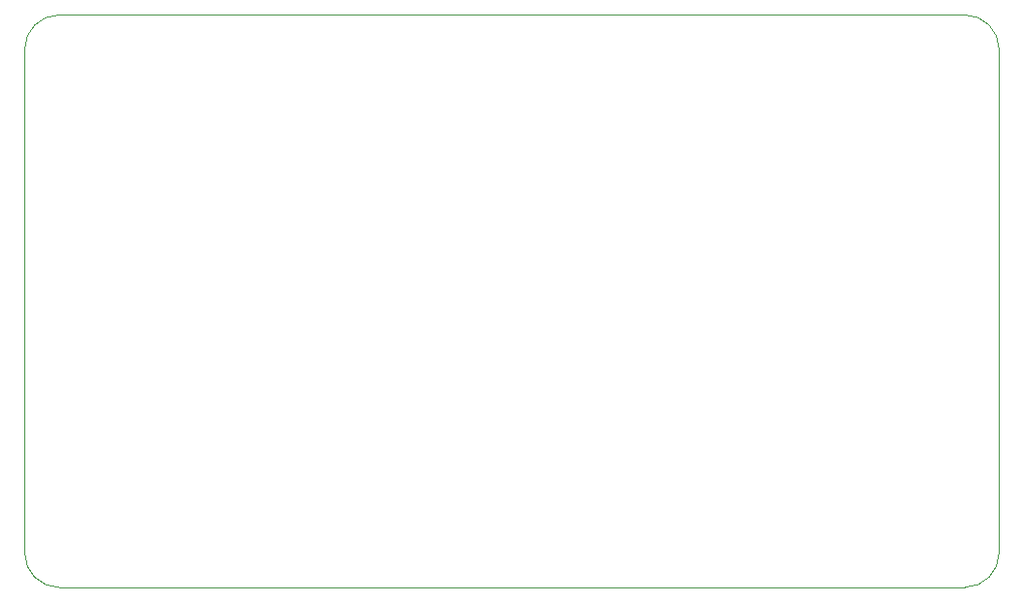
<source format=gbr>
G04 #@! TF.GenerationSoftware,KiCad,Pcbnew,(5.1.2-1)-1*
G04 #@! TF.CreationDate,2019-09-19T03:42:37+01:00*
G04 #@! TF.ProjectId,USB,5553422e-6b69-4636-9164-5f7063625858,rev?*
G04 #@! TF.SameCoordinates,Original*
G04 #@! TF.FileFunction,Profile,NP*
%FSLAX46Y46*%
G04 Gerber Fmt 4.6, Leading zero omitted, Abs format (unit mm)*
G04 Created by KiCad (PCBNEW (5.1.2-1)-1) date 2019-09-19 03:42:37*
%MOMM*%
%LPD*%
G04 APERTURE LIST*
%ADD10C,0.050000*%
G04 APERTURE END LIST*
D10*
X201000000Y-80000000D02*
X201000000Y-124000000D01*
X119000000Y-77000000D02*
X198000000Y-77000000D01*
X116000000Y-124000000D02*
X116000000Y-80000000D01*
X198000000Y-127000000D02*
X119000000Y-127000000D01*
X116000000Y-80000000D02*
G75*
G02X119000000Y-77000000I3000000J0D01*
G01*
X119000000Y-127000000D02*
G75*
G02X116000000Y-124000000I0J3000000D01*
G01*
X201000000Y-124000000D02*
G75*
G02X198000000Y-127000000I-3000000J0D01*
G01*
X198000000Y-77000000D02*
G75*
G02X201000000Y-80000000I0J-3000000D01*
G01*
M02*

</source>
